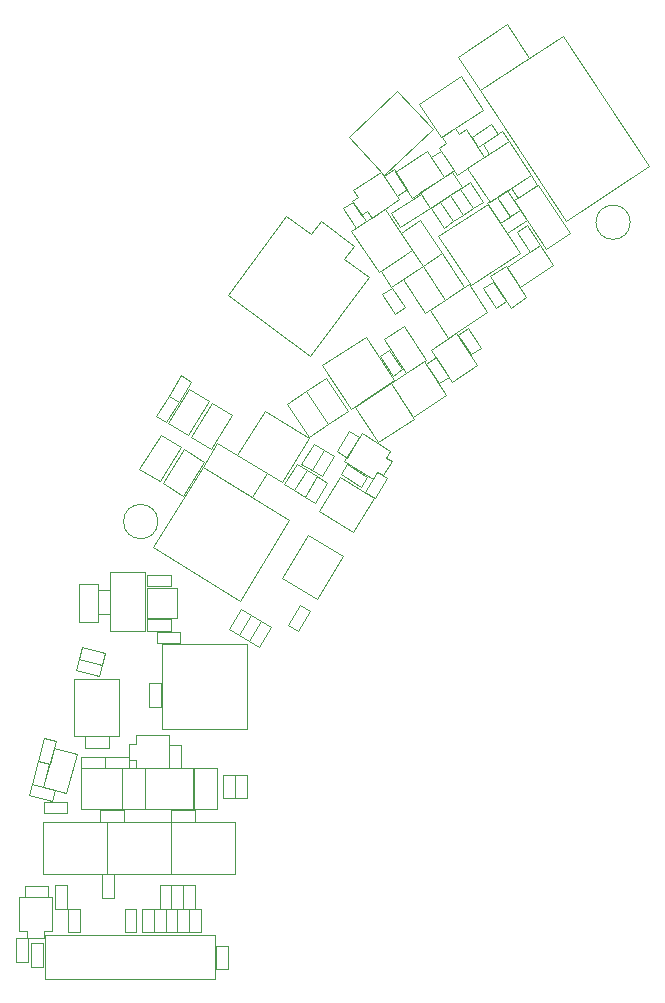
<source format=gbr>
%TF.GenerationSoftware,KiCad,Pcbnew,8.0.4*%
%TF.CreationDate,2024-09-02T19:36:39+02:00*%
%TF.ProjectId,Zoka-MainBoard,5a6f6b61-2d4d-4616-996e-426f6172642e,rev?*%
%TF.SameCoordinates,Original*%
%TF.FileFunction,Other,User*%
%FSLAX46Y46*%
G04 Gerber Fmt 4.6, Leading zero omitted, Abs format (unit mm)*
G04 Created by KiCad (PCBNEW 8.0.4) date 2024-09-02 19:36:39*
%MOMM*%
%LPD*%
G01*
G04 APERTURE LIST*
%ADD10C,0.050000*%
%ADD11C,0.100000*%
G04 APERTURE END LIST*
D10*
%TO.C,R309*%
X181489278Y-47178022D02*
X184160791Y-45416484D01*
X182370047Y-48513778D02*
X181489278Y-47178022D01*
X184160791Y-45416484D02*
X185041560Y-46752240D01*
X185041560Y-46752240D02*
X182370047Y-48513778D01*
%TO.C,R307*%
X154812992Y-94943456D02*
X156812992Y-94943456D01*
X154812992Y-95943456D02*
X154812992Y-94943456D01*
X156812992Y-94943456D02*
X156812992Y-95943456D01*
X156812992Y-95943456D02*
X154812992Y-95943456D01*
%TO.C,L302*%
X187179774Y-57257101D02*
X183840382Y-59459023D01*
X185638428Y-54919527D02*
X187179774Y-57257101D01*
X185638428Y-54919527D02*
X182299036Y-57121449D01*
X182299036Y-57121449D02*
X183840382Y-59459023D01*
%TO.C,C320*%
X161215212Y-68753317D02*
X159433660Y-71649189D01*
X159511758Y-67705345D02*
X161215212Y-68753317D01*
X159433660Y-71649189D02*
X157730206Y-70601217D01*
X157730206Y-70601217D02*
X159511758Y-67705345D01*
%TO.C,R315*%
X179096288Y-55241670D02*
X180197250Y-56911365D01*
X178261440Y-55792151D02*
X179096288Y-55241670D01*
X180197250Y-56911365D02*
X179362402Y-57461846D01*
X179362402Y-57461846D02*
X178261440Y-55792151D01*
%TO.C,U501*%
X155226136Y-79294127D02*
X158226136Y-79294127D01*
X155226136Y-84294127D02*
X155226136Y-79294127D01*
X158226136Y-79294127D02*
X158226136Y-84294127D01*
X158226136Y-84294127D02*
X155226136Y-84294127D01*
%TO.C,D301*%
X178514550Y-48570527D02*
X175676067Y-50442162D01*
X175676067Y-50442162D02*
X177988086Y-53948523D01*
X180826569Y-52076888D02*
X178514550Y-48570527D01*
X177988086Y-53948523D02*
X180826569Y-52076888D01*
%TO.C,Q305*%
X184603009Y-45723811D02*
X183061663Y-43386237D01*
X186940583Y-44182465D02*
X184603009Y-45723811D01*
X183061663Y-43386237D02*
X183646057Y-43000901D01*
X183646057Y-43000901D02*
X183315768Y-42499992D01*
X184814844Y-42230228D02*
X185399237Y-41844891D01*
X185399237Y-41844891D02*
X186940583Y-44182465D01*
X183315768Y-42499992D02*
X184484555Y-41729319D01*
X184484555Y-41729319D02*
X184814844Y-42230228D01*
%TO.C,R506*%
X150012984Y-106868457D02*
X148012984Y-106868457D01*
X150012984Y-105868457D02*
X150012984Y-106868457D01*
X148012984Y-106868457D02*
X148012984Y-105868457D01*
X148012984Y-105868457D02*
X150012984Y-105868457D01*
%TO.C,R206*%
X160378530Y-84303822D02*
X158378530Y-84303822D01*
X160378530Y-83303822D02*
X160378530Y-84303822D01*
X158378530Y-84303822D02*
X158378530Y-83303822D01*
X158378530Y-83303822D02*
X160378530Y-83303822D01*
%TO.C,R205*%
X159178530Y-84361956D02*
X161178530Y-84361956D01*
X159178530Y-85361956D02*
X159178530Y-84361956D01*
X161178530Y-84361956D02*
X161178530Y-85361956D01*
X161178530Y-85361956D02*
X159178530Y-85361956D01*
%TO.C,C301*%
X162300490Y-99343455D02*
X162300490Y-95943455D01*
X164300490Y-99343455D02*
X162300490Y-99343455D01*
X162300490Y-95943455D02*
X164300490Y-95943455D01*
X164300490Y-95943455D02*
X164300490Y-99343455D01*
%TO.C,C321*%
X160140539Y-66683279D02*
X161922091Y-63787407D01*
X161843993Y-67731251D02*
X160140539Y-66683279D01*
X161922091Y-63787407D02*
X163625545Y-64835379D01*
X163625545Y-64835379D02*
X161843993Y-67731251D01*
%TO.C,D501*%
X186790139Y-40189860D02*
X184918504Y-37351377D01*
X184918504Y-37351377D02*
X181412143Y-39663396D01*
X183283778Y-42501879D02*
X186790139Y-40189860D01*
X181412143Y-39663396D02*
X183283778Y-42501879D01*
%TO.C,C402*%
X151626143Y-99751631D02*
X149626143Y-99751631D01*
X151626143Y-98751631D02*
X151626143Y-99751631D01*
X149626143Y-99751631D02*
X149626143Y-98751631D01*
X149626143Y-98751631D02*
X151626143Y-98751631D01*
%TO.C,C304*%
X156209634Y-99343455D02*
X156209634Y-95943455D01*
X158209634Y-99343455D02*
X156209634Y-99343455D01*
X156209634Y-95943455D02*
X158209634Y-95943455D01*
X158209634Y-95943455D02*
X158209634Y-99343455D01*
%TO.C,C306*%
X180309994Y-62423365D02*
X178438360Y-59584882D01*
X181979690Y-61322404D02*
X180309994Y-62423365D01*
X178438360Y-59584882D02*
X180108056Y-58483921D01*
X180108056Y-58483921D02*
X181979690Y-61322404D01*
%TO.C,C407*%
X158937986Y-109823455D02*
X158937986Y-107823455D01*
X159937986Y-109823455D02*
X158937986Y-109823455D01*
X158937986Y-107823455D02*
X159937986Y-107823455D01*
X159937986Y-107823455D02*
X159937986Y-109823455D01*
%TO.C,R314*%
X188072322Y-42238392D02*
X186402627Y-43339354D01*
X187521841Y-41403544D02*
X188072322Y-42238392D01*
X186402627Y-43339354D02*
X185852146Y-42504506D01*
X185852146Y-42504506D02*
X187521841Y-41403544D01*
%TO.C,C401*%
X162412985Y-100493457D02*
X160412985Y-100493457D01*
X162412985Y-99493457D02*
X162412985Y-100493457D01*
X160412985Y-100493457D02*
X160412985Y-99493457D01*
X160412985Y-99493457D02*
X162412985Y-99493457D01*
%TO.C,R503*%
X154537655Y-87168411D02*
X152605804Y-86650773D01*
X154796474Y-86202485D02*
X154537655Y-87168411D01*
X152605804Y-86650773D02*
X152864623Y-85684847D01*
X152864623Y-85684847D02*
X154796474Y-86202485D01*
%TO.C,R507*%
X147287989Y-112293458D02*
X147287989Y-110293458D01*
X148287989Y-112293458D02*
X147287989Y-112293458D01*
X147287989Y-110293458D02*
X148287989Y-110293458D01*
X148287989Y-110293458D02*
X148287989Y-112293458D01*
%TO.C,C412*%
X160937985Y-109823455D02*
X160937985Y-107823455D01*
X161937985Y-109823455D02*
X160937985Y-109823455D01*
X160937985Y-107823455D02*
X161937985Y-107823455D01*
X161937985Y-107823455D02*
X161937985Y-109823455D01*
%TO.C,J401*%
X149690580Y-110056793D02*
X164090580Y-110056793D01*
X149690580Y-113756793D02*
X149690580Y-110056793D01*
X164090580Y-113756793D02*
X149690580Y-113756793D01*
X164090580Y-113756793D02*
X164090580Y-110056793D01*
%TO.C,R321*%
X160203581Y-64376298D02*
X161251552Y-62672844D01*
X161055308Y-64900284D02*
X160203581Y-64376298D01*
X161251552Y-62672844D02*
X162103279Y-63196830D01*
X162103279Y-63196830D02*
X161055308Y-64900284D01*
%TO.C,U202*%
X166826144Y-85401629D02*
X159626144Y-85401629D01*
X159626144Y-85401629D02*
X159626144Y-92601629D01*
X166826144Y-92601629D02*
X166826144Y-85401629D01*
X159626144Y-92601629D02*
X166826144Y-92601629D01*
%TO.C,R306*%
X152812989Y-94943462D02*
X154812989Y-94943462D01*
X152812989Y-95943462D02*
X152812989Y-94943462D01*
X154812989Y-94943462D02*
X154812989Y-95943462D01*
X154812989Y-95943462D02*
X152812989Y-95943462D01*
%TO.C,C414*%
X165237989Y-110948455D02*
X165237989Y-112948455D01*
X164237989Y-110948455D02*
X165237989Y-110948455D01*
X165237989Y-112948455D02*
X164237989Y-112948455D01*
X164237989Y-112948455D02*
X164237989Y-110948455D01*
%TO.C,R319*%
X171445901Y-70177239D02*
X172493872Y-68473785D01*
X172297628Y-70701225D02*
X171445901Y-70177239D01*
X172493872Y-68473785D02*
X173345599Y-68997771D01*
X173345599Y-68997771D02*
X172297628Y-70701225D01*
%TO.C,R202*%
X166993812Y-85172129D02*
X168041783Y-83468675D01*
X167845539Y-85696115D02*
X166993812Y-85172129D01*
X168041783Y-83468675D02*
X168893510Y-83992661D01*
X168893510Y-83992661D02*
X167845539Y-85696115D01*
%TO.C,C307*%
X179163013Y-62716900D02*
X178062051Y-61047205D01*
X179997861Y-62166419D02*
X179163013Y-62716900D01*
X178062051Y-61047205D02*
X178896899Y-60496724D01*
X178896899Y-60496724D02*
X179997861Y-62166419D01*
%TO.C,C204*%
X158576134Y-90751628D02*
X158576134Y-88751628D01*
X159576134Y-90751628D02*
X158576134Y-90751628D01*
X158576134Y-88751628D02*
X159576134Y-88751628D01*
X159576134Y-88751628D02*
X159576134Y-90751628D01*
%TO.C,R304*%
X188019108Y-47543901D02*
X189120070Y-49213596D01*
X187184260Y-48094382D02*
X188019108Y-47543901D01*
X189120070Y-49213596D02*
X188285222Y-49764077D01*
X188285222Y-49764077D02*
X187184260Y-48094382D01*
%TO.C,R301*%
X184310034Y-49630233D02*
X183209072Y-47960538D01*
X185144882Y-49079752D02*
X184310034Y-49630233D01*
X183209072Y-47960538D02*
X184043920Y-47410057D01*
X184043920Y-47410057D02*
X185144882Y-49079752D01*
%TO.C,R313*%
X183226798Y-43636696D02*
X184327760Y-45306391D01*
X182391950Y-44187177D02*
X183226798Y-43636696D01*
X184327760Y-45306391D02*
X183492912Y-45856872D01*
X183492912Y-45856872D02*
X182391950Y-44187177D01*
%TO.C,U303*%
X189950424Y-52289493D02*
X187198020Y-48115253D01*
X187198020Y-48115253D02*
X183023780Y-50867657D01*
X185776184Y-55041897D02*
X189950424Y-52289493D01*
X183023780Y-50867657D02*
X185776184Y-55041897D01*
%TO.C,R203*%
X168041785Y-83468671D02*
X166993814Y-85172125D01*
X167190058Y-82944685D02*
X168041785Y-83468671D01*
X166993814Y-85172125D02*
X166142087Y-84648139D01*
X166142087Y-84648139D02*
X167190058Y-82944685D01*
%TO.C,R317*%
X182812356Y-61128675D02*
X183913318Y-62798370D01*
X181977508Y-61679156D02*
X182812356Y-61128675D01*
X183913318Y-62798370D02*
X183078470Y-63348851D01*
X183078470Y-63348851D02*
X181977508Y-61679156D01*
%TO.C,R324*%
X190536051Y-49974400D02*
X191637013Y-51644095D01*
X189701203Y-50524881D02*
X190536051Y-49974400D01*
X191637013Y-51644095D02*
X190802165Y-52194576D01*
X190802165Y-52194576D02*
X189701203Y-50524881D01*
%TO.C,Q501*%
X150337989Y-106868459D02*
X150337989Y-109668459D01*
X147537989Y-106868459D02*
X150337989Y-106868459D01*
X150337989Y-109668459D02*
X149637989Y-109668459D01*
X149637989Y-109668459D02*
X149637989Y-110268459D01*
X148237989Y-109668459D02*
X147537989Y-109668459D01*
X147537989Y-109668459D02*
X147537989Y-106868459D01*
X149637989Y-110268459D02*
X148237989Y-110268459D01*
X148237989Y-110268459D02*
X148237989Y-109668459D01*
%TO.C,R501*%
X170276295Y-83816361D02*
X171324266Y-82112907D01*
X171128022Y-84340347D02*
X170276295Y-83816361D01*
X171324266Y-82112907D02*
X172175993Y-82636893D01*
X172175993Y-82636893D02*
X171128022Y-84340347D01*
%TO.C,C404*%
X162394909Y-105809399D02*
X162394909Y-107809399D01*
X161394909Y-105809399D02*
X162394909Y-105809399D01*
X162394909Y-107809399D02*
X161394909Y-107809399D01*
X161394909Y-107809399D02*
X161394909Y-105809399D01*
%TO.C,J301*%
X170173208Y-49155795D02*
X172260533Y-50705980D01*
X165224542Y-55819180D02*
X170173208Y-49155795D01*
X173095248Y-49582035D02*
X175905109Y-51668822D01*
X172260533Y-50705980D02*
X173095248Y-49582035D01*
X175905109Y-51668822D02*
X175070395Y-52792767D01*
X175070395Y-52792767D02*
X177157720Y-54342952D01*
X177157720Y-54342952D02*
X172209054Y-61006337D01*
X172209054Y-61006337D02*
X165224542Y-55819180D01*
%TO.C,RT301*%
X182299633Y-48452401D02*
X179795090Y-50103844D01*
X181528960Y-47283614D02*
X182299633Y-48452401D01*
X179795090Y-50103844D02*
X179024417Y-48935057D01*
X179024417Y-48935057D02*
X181528960Y-47283614D01*
%TO.C,Q306*%
X179725079Y-47772332D02*
X177387505Y-49313678D01*
X178183733Y-45434758D02*
X179725079Y-47772332D01*
X177387505Y-49313678D02*
X177002169Y-48729284D01*
X177002169Y-48729284D02*
X176501260Y-49059573D01*
X176231496Y-47560497D02*
X175846159Y-46976104D01*
X175846159Y-46976104D02*
X178183733Y-45434758D01*
X176501260Y-49059573D02*
X175730587Y-47890786D01*
X175730587Y-47890786D02*
X176231496Y-47560497D01*
%TO.C,R204*%
X167190055Y-82944688D02*
X166142084Y-84648142D01*
X166338328Y-82420702D02*
X167190055Y-82944688D01*
X166142084Y-84648142D02*
X165290357Y-84124156D01*
X165290357Y-84124156D02*
X166338328Y-82420702D01*
%TO.C,U402*%
X154987987Y-104893462D02*
X154987987Y-100493462D01*
X160387987Y-104893462D02*
X154987987Y-104893462D01*
X160387987Y-104893462D02*
X160387987Y-100493462D01*
X160387987Y-100493462D02*
X154987987Y-100493462D01*
%TO.C,R303*%
X188864728Y-46979658D02*
X189965690Y-48649353D01*
X188029880Y-47530139D02*
X188864728Y-46979658D01*
X189965690Y-48649353D02*
X189130842Y-49199834D01*
X189130842Y-49199834D02*
X188029880Y-47530139D01*
%TO.C,R201*%
X149147989Y-95282153D02*
X149665627Y-93350302D01*
X150113915Y-95540972D02*
X149147989Y-95282153D01*
X149665627Y-93350302D02*
X150631553Y-93609121D01*
X150631553Y-93609121D02*
X150113915Y-95540972D01*
%TO.C,C409*%
X156462987Y-109818457D02*
X156462987Y-107818457D01*
X157462987Y-109818457D02*
X156462987Y-109818457D01*
X156462987Y-107818457D02*
X157462987Y-107818457D01*
X157462987Y-107818457D02*
X157462987Y-109818457D01*
%TO.C,C322*%
X162099507Y-67888444D02*
X163881059Y-64992572D01*
X163802961Y-68936416D02*
X162099507Y-67888444D01*
X163881059Y-64992572D02*
X165584513Y-66040544D01*
X165584513Y-66040544D02*
X163802961Y-68936416D01*
%TO.C,D201*%
X190878463Y-45658500D02*
X189006828Y-42820017D01*
X189006828Y-42820017D02*
X185500467Y-45132036D01*
X187372102Y-47970519D02*
X190878463Y-45658500D01*
X185500467Y-45132036D02*
X187372102Y-47970519D01*
%TO.C,H101*%
X159283956Y-75041091D02*
G75*
G02*
X156383956Y-75041091I-1450000J0D01*
G01*
X156383956Y-75041091D02*
G75*
G02*
X159283956Y-75041091I1450000J0D01*
G01*
%TO.C,C310*%
X188723163Y-53380215D02*
X190484701Y-56051728D01*
X187387407Y-54260984D02*
X188723163Y-53380215D01*
X190484701Y-56051728D02*
X189148945Y-56932497D01*
X189148945Y-56932497D02*
X187387407Y-54260984D01*
%TO.C,C308*%
X187690166Y-54720153D02*
X188791128Y-56389848D01*
X186855318Y-55270634D02*
X187690166Y-54720153D01*
X188791128Y-56389848D02*
X187956280Y-56940329D01*
X187956280Y-56940329D02*
X186855318Y-55270634D01*
%TO.C,Q307*%
X183697760Y-64288056D02*
X181826125Y-61449573D01*
X181826125Y-61449573D02*
X178987642Y-63321208D01*
X180859277Y-66159691D02*
X183697760Y-64288056D01*
X178987642Y-63321208D02*
X180859277Y-66159691D01*
%TO.C,C202*%
X152400878Y-94738444D02*
X151520893Y-98022592D01*
X150469027Y-94220806D02*
X152400878Y-94738444D01*
X151520893Y-98022592D02*
X149589042Y-97504954D01*
X149589042Y-97504954D02*
X150469027Y-94220806D01*
%TO.C,U503*%
X158401139Y-83206630D02*
X158401139Y-80706630D01*
X160901139Y-83206630D02*
X158401139Y-83206630D01*
X158401139Y-80706630D02*
X160901139Y-80706630D01*
X160901139Y-80706630D02*
X160901139Y-83206630D01*
%TO.C,C408*%
X151662985Y-109818455D02*
X151662985Y-107818455D01*
X152662985Y-109818455D02*
X151662985Y-109818455D01*
X151662985Y-107818455D02*
X152662985Y-107818455D01*
X152662985Y-107818455D02*
X152662985Y-109818455D01*
%TO.C,Q301*%
X160212986Y-95943462D02*
X157412986Y-95943462D01*
X160212986Y-93143462D02*
X160212986Y-95943462D01*
X157412986Y-95943462D02*
X157412986Y-95243462D01*
X157412986Y-95243462D02*
X156812986Y-95243462D01*
X157412986Y-93843462D02*
X157412986Y-93143462D01*
X157412986Y-93143462D02*
X160212986Y-93143462D01*
X156812986Y-95243462D02*
X156812986Y-93843462D01*
X156812986Y-93843462D02*
X157412986Y-93843462D01*
%TO.C,C317*%
X170003548Y-71872883D02*
X171051519Y-70169429D01*
X170855275Y-72396869D02*
X170003548Y-71872883D01*
X171051519Y-70169429D02*
X171903246Y-70693415D01*
X171903246Y-70693415D02*
X170855275Y-72396869D01*
%TO.C,C312*%
X183377040Y-52311686D02*
X185248674Y-55150169D01*
X181707344Y-53412647D02*
X183377040Y-52311686D01*
X185248674Y-55150169D02*
X183578978Y-56251130D01*
X183578978Y-56251130D02*
X181707344Y-53412647D01*
%TO.C,C413*%
X149537989Y-110743465D02*
X149537989Y-112743465D01*
X148537989Y-110743465D02*
X149537989Y-110743465D01*
X149537989Y-112743465D02*
X148537989Y-112743465D01*
X148537989Y-112743465D02*
X148537989Y-110743465D01*
%TO.C,U302*%
X184510560Y-59112949D02*
X182423440Y-60489150D01*
X182423440Y-60489150D02*
X184206998Y-63194057D01*
X186294118Y-61817856D02*
X184510560Y-59112949D01*
X184206998Y-63194057D02*
X186294118Y-61817856D01*
%TO.C,C302*%
X188285223Y-49764081D02*
X189954918Y-48663119D01*
X188835704Y-50598929D02*
X188285223Y-49764081D01*
X189954918Y-48663119D02*
X190505399Y-49497967D01*
X190505399Y-49497967D02*
X188835704Y-50598929D01*
%TO.C,C501*%
X152626134Y-83551628D02*
X152626134Y-80351628D01*
X154226134Y-83551628D02*
X152626134Y-83551628D01*
X152626134Y-80351628D02*
X154226134Y-80351628D01*
X154226134Y-80351628D02*
X154226134Y-83551628D01*
%TO.C,C303*%
X188813989Y-53517968D02*
X191652472Y-51646334D01*
X189914950Y-55187664D02*
X188813989Y-53517968D01*
X191652472Y-51646334D02*
X192753433Y-53316030D01*
X192753433Y-53316030D02*
X189914950Y-55187664D01*
%TO.C,R502*%
X154278840Y-88134334D02*
X152346989Y-87616696D01*
X154537659Y-87168408D02*
X154278840Y-88134334D01*
X152346989Y-87616696D02*
X152605808Y-86650770D01*
X152605808Y-86650770D02*
X154537659Y-87168408D01*
%TO.C,D502*%
X169836336Y-79788293D02*
X172732207Y-81569845D01*
X172732207Y-81569845D02*
X174932948Y-77992591D01*
X172037077Y-76211039D02*
X169836336Y-79788293D01*
X174932948Y-77992591D02*
X172037077Y-76211039D01*
%TO.C,F301*%
X181707332Y-53412648D02*
X179035819Y-55174186D01*
X180826563Y-52076892D02*
X181707332Y-53412648D01*
X179035819Y-55174186D02*
X178155050Y-53838430D01*
X178155050Y-53838430D02*
X180826563Y-52076892D01*
%TO.C,C311*%
X173722133Y-66807442D02*
X171850499Y-63968959D01*
X175391829Y-65706481D02*
X173722133Y-66807442D01*
X171850499Y-63968959D02*
X173520195Y-62867998D01*
X173520195Y-62867998D02*
X175391829Y-65706481D01*
%TO.C,R302*%
X185713617Y-46309100D02*
X186814579Y-47978795D01*
X184878769Y-46859581D02*
X185713617Y-46309100D01*
X186814579Y-47978795D02*
X185979731Y-48529276D01*
X185979731Y-48529276D02*
X184878769Y-46859581D01*
%TO.C,R208*%
X189011003Y-42817268D02*
X187341308Y-43918230D01*
X188460522Y-41982420D02*
X189011003Y-42817268D01*
X187341308Y-43918230D02*
X186790827Y-43083382D01*
X186790827Y-43083382D02*
X188460522Y-41982420D01*
%TO.C,C203*%
X150101582Y-95572474D02*
X149583944Y-97504325D01*
X149135656Y-95313655D02*
X150101582Y-95572474D01*
X149583944Y-97504325D02*
X148618018Y-97245506D01*
X148618018Y-97245506D02*
X149135656Y-95313655D01*
%TO.C,R316*%
X179504885Y-47438392D02*
X178403923Y-45768697D01*
X180339733Y-46887911D02*
X179504885Y-47438392D01*
X178403923Y-45768697D02*
X179238771Y-45218216D01*
X179238771Y-45218216D02*
X180339733Y-46887911D01*
%TO.C,R318*%
X176043489Y-50181930D02*
X174942527Y-48512235D01*
X176878337Y-49631449D02*
X176043489Y-50181930D01*
X174942527Y-48512235D02*
X175777375Y-47961754D01*
X175777375Y-47961754D02*
X176878337Y-49631449D01*
%TO.C,R312*%
X176802106Y-72537276D02*
X177850077Y-70833822D01*
X177653833Y-73061262D02*
X176802106Y-72537276D01*
X177850077Y-70833822D02*
X178701804Y-71357808D01*
X178701804Y-71357808D02*
X177653833Y-73061262D01*
%TO.C,R504*%
X164812985Y-98468455D02*
X164812985Y-96468455D01*
X165812985Y-98468455D02*
X164812985Y-98468455D01*
X164812985Y-96468455D02*
X165812985Y-96468455D01*
X165812985Y-96468455D02*
X165812985Y-98468455D01*
%TO.C,U305*%
X172066668Y-67946795D02*
X168319070Y-65641257D01*
X172066668Y-67946795D02*
X169761130Y-71694393D01*
X168319070Y-65641257D02*
X166013532Y-69388855D01*
X169761130Y-71694393D02*
X166013532Y-69388855D01*
%TO.C,C318*%
X174197326Y-69521758D02*
X173149355Y-71225212D01*
X173345599Y-68997772D02*
X174197326Y-69521758D01*
X173149355Y-71225212D02*
X172297628Y-70701226D01*
X172297628Y-70701226D02*
X173345599Y-68997772D01*
%TO.C,Q304*%
X177620760Y-73048932D02*
X174724888Y-71267380D01*
X174724888Y-71267380D02*
X172943336Y-74163252D01*
X175839208Y-75944804D02*
X177620760Y-73048932D01*
X172943336Y-74163252D02*
X175839208Y-75944804D01*
%TO.C,U301*%
X162312989Y-99343456D02*
X162312989Y-95943456D01*
X162312989Y-95943456D02*
X158212989Y-95943456D01*
X158212989Y-99343456D02*
X162312989Y-99343456D01*
X158212989Y-95943456D02*
X158212989Y-99343456D01*
%TO.C,C403*%
X156378530Y-100493457D02*
X154378530Y-100493457D01*
X156378530Y-99493457D02*
X156378530Y-100493457D01*
X154378530Y-100493457D02*
X154378530Y-99493457D01*
X154378530Y-99493457D02*
X156378530Y-99493457D01*
%TO.C,U401*%
X160412989Y-104894321D02*
X160412989Y-100494321D01*
X165812989Y-104894321D02*
X160412989Y-104894321D01*
X165812989Y-104894321D02*
X165812989Y-100494321D01*
X165812989Y-100494321D02*
X160412989Y-100494321D01*
%TO.C,U403*%
X149587986Y-104893457D02*
X149587986Y-100493457D01*
X154987986Y-104893457D02*
X149587986Y-104893457D01*
X154987986Y-104893457D02*
X154987986Y-100493457D01*
X154987986Y-100493457D02*
X149587986Y-100493457D01*
%TO.C,C415*%
X160437982Y-107823460D02*
X160437982Y-105823460D01*
X161437982Y-107823460D02*
X160437982Y-107823460D01*
X160437982Y-105823460D02*
X161437982Y-105823460D01*
X161437982Y-105823460D02*
X161437982Y-107823460D01*
%TO.C,R308*%
X183475193Y-50180717D02*
X182374231Y-48511022D01*
X184310041Y-49630236D02*
X183475193Y-50180717D01*
X182374231Y-48511022D02*
X183209079Y-47960541D01*
X183209079Y-47960541D02*
X184310041Y-49630236D01*
%TO.C,C313*%
X172052436Y-67908400D02*
X170180802Y-65069917D01*
X173722132Y-66807439D02*
X172052436Y-67908400D01*
X170180802Y-65069917D02*
X171850498Y-63968956D01*
X171850498Y-63968956D02*
X173722132Y-66807439D01*
%TO.C,R207*%
X191409687Y-46511474D02*
X189739992Y-47612436D01*
X190859206Y-45676626D02*
X191409687Y-46511474D01*
X189739992Y-47612436D02*
X189189511Y-46777588D01*
X189189511Y-46777588D02*
X190859206Y-45676626D01*
%TO.C,C503*%
X158388457Y-79525623D02*
X160388457Y-79525623D01*
X158388457Y-80525623D02*
X158388457Y-79525623D01*
X160388457Y-79525623D02*
X160388457Y-80525623D01*
X160388457Y-80525623D02*
X158388457Y-80525623D01*
%TO.C,LED201*%
X186546162Y-38543253D02*
X184674527Y-35704770D01*
X188848766Y-32952367D02*
X184674527Y-35704770D01*
X190720401Y-35790850D02*
X186546162Y-38543253D01*
X190720401Y-35790850D02*
X188848766Y-32952367D01*
%TO.C,D303*%
X164334260Y-68358014D02*
X168507722Y-70925545D01*
X163076694Y-70402159D02*
X164334260Y-68358014D01*
X168507722Y-70925545D02*
X167250156Y-72969689D01*
X167250156Y-72969689D02*
X163076694Y-70402159D01*
%TO.C,C406*%
X151562985Y-105843456D02*
X151562985Y-107843456D01*
X150562985Y-105843456D02*
X151562985Y-105843456D01*
X151562985Y-107843456D02*
X150562985Y-107843456D01*
X150562985Y-107843456D02*
X150562985Y-105843456D01*
%TO.C,R505*%
X165812987Y-98466694D02*
X165812987Y-96466694D01*
X166812987Y-98466694D02*
X165812987Y-98466694D01*
X165812987Y-96466694D02*
X166812987Y-96466694D01*
X166812987Y-96466694D02*
X166812987Y-98466694D01*
%TO.C,C316*%
X171707001Y-72920853D02*
X172754972Y-71217399D01*
X172558728Y-73444839D02*
X171707001Y-72920853D01*
X172754972Y-71217399D02*
X173606699Y-71741385D01*
X173606699Y-71741385D02*
X172558728Y-73444839D01*
%TO.C,U304*%
X175627284Y-65491332D02*
X179300615Y-63069217D01*
X175627284Y-65491332D02*
X173205169Y-61818001D01*
X179300615Y-63069217D02*
X176878500Y-59395886D01*
X173205169Y-61818001D02*
X176878500Y-59395886D01*
%TO.C,C305*%
X185573071Y-58675871D02*
X186674033Y-60345566D01*
X184738223Y-59226352D02*
X185573071Y-58675871D01*
X186674033Y-60345566D02*
X185839185Y-60896047D01*
X185839185Y-60896047D02*
X184738223Y-59226352D01*
%TO.C,C502*%
X155126142Y-94201628D02*
X153126142Y-94201628D01*
X155126142Y-93201628D02*
X155126142Y-94201628D01*
X153126142Y-94201628D02*
X153126142Y-93201628D01*
X153126142Y-93201628D02*
X155126142Y-93201628D01*
D11*
%TO.C,J201*%
X193825539Y-49564834D02*
X186559193Y-38544843D01*
X200838261Y-44940796D02*
X193825539Y-49564834D01*
X186559193Y-38544843D02*
X193571915Y-33920804D01*
X193571915Y-33920804D02*
X200838261Y-44940796D01*
D10*
%TO.C,C416*%
X159937978Y-109823460D02*
X159937978Y-107823460D01*
X160937978Y-109823460D02*
X159937978Y-109823460D01*
X159937978Y-107823460D02*
X160937978Y-107823460D01*
X160937978Y-107823460D02*
X160937978Y-109823460D01*
%TO.C,C410*%
X157937990Y-109823453D02*
X157937990Y-107823453D01*
X158937990Y-109823453D02*
X157937990Y-109823453D01*
X157937990Y-107823453D02*
X158937990Y-107823453D01*
X158937990Y-107823453D02*
X158937990Y-109823453D01*
%TO.C,C411*%
X161937984Y-109823462D02*
X161937984Y-107823462D01*
X162937984Y-109823462D02*
X161937984Y-109823462D01*
X161937984Y-107823462D02*
X162937984Y-107823462D01*
X162937984Y-107823462D02*
X162937984Y-109823462D01*
%TO.C,H103*%
X199276506Y-49701445D02*
G75*
G02*
X196376506Y-49701445I-1450000J0D01*
G01*
X196376506Y-49701445D02*
G75*
G02*
X199276506Y-49701445I1450000J0D01*
G01*
%TO.C,C319*%
X163174184Y-69958487D02*
X161392632Y-72854359D01*
X161470730Y-68910515D02*
X163174184Y-69958487D01*
X161392632Y-72854359D02*
X159689178Y-71806387D01*
X159689178Y-71806387D02*
X161470730Y-68910515D01*
%TO.C,C309*%
X181707337Y-53412643D02*
X179835703Y-50574160D01*
X183377033Y-52311682D02*
X181707337Y-53412643D01*
X179835703Y-50574160D02*
X181505399Y-49473199D01*
X181505399Y-49473199D02*
X183377033Y-52311682D01*
%TO.C,R305*%
X160212986Y-95943456D02*
X160212986Y-93943456D01*
X161212986Y-95943456D02*
X160212986Y-95943456D01*
X160212986Y-93943456D02*
X161212986Y-93943456D01*
X161212986Y-93943456D02*
X161212986Y-95943456D01*
%TO.C,R320*%
X159155609Y-66079754D02*
X160203580Y-64376300D01*
X160007336Y-66603740D02*
X159155609Y-66079754D01*
X160203580Y-64376300D02*
X161055307Y-64900286D01*
X161055307Y-64900286D02*
X160007336Y-66603740D01*
%TO.C,R311*%
X175308079Y-70183974D02*
X177011533Y-71231945D01*
X174784093Y-71035701D02*
X175308079Y-70183974D01*
X177011533Y-71231945D02*
X176487547Y-72083672D01*
X176487547Y-72083672D02*
X174784093Y-71035701D01*
%TO.C,C504*%
X154226145Y-82876627D02*
X154226145Y-80876627D01*
X155226145Y-82876627D02*
X154226145Y-82876627D01*
X154226145Y-80876627D02*
X155226145Y-80876627D01*
X155226145Y-80876627D02*
X155226145Y-82876627D01*
%TO.C,C405*%
X155576139Y-104901633D02*
X155576139Y-106901633D01*
X154576139Y-104901633D02*
X155576139Y-104901633D01*
X155576139Y-106901633D02*
X154576139Y-106901633D01*
X154576139Y-106901633D02*
X154576139Y-104901633D01*
%TO.C,L301*%
X178985858Y-63336660D02*
X180967588Y-66342112D01*
X175980406Y-65318390D02*
X178985858Y-63336660D01*
X175980406Y-65318390D02*
X177962136Y-68323842D01*
X177962136Y-68323842D02*
X180967588Y-66342112D01*
%TO.C,C417*%
X159437985Y-107823454D02*
X159437985Y-105823454D01*
X160437985Y-107823454D02*
X159437985Y-107823454D01*
X159437985Y-105823454D02*
X160437985Y-105823454D01*
X160437985Y-105823454D02*
X160437985Y-107823454D01*
%TO.C,C315*%
X170855277Y-72396871D02*
X171903248Y-70693417D01*
X171707004Y-72920857D02*
X170855277Y-72396871D01*
X171903248Y-70693417D02*
X172754975Y-71217403D01*
X172754975Y-71217403D02*
X171707004Y-72920857D01*
%TO.C,C314*%
X181707334Y-53412649D02*
X183578968Y-56251132D01*
X180037638Y-54513610D02*
X181707334Y-53412649D01*
X183578968Y-56251132D02*
X181909272Y-57352093D01*
X181909272Y-57352093D02*
X180037638Y-54513610D01*
%TO.C,L303*%
X170396358Y-74914688D02*
X166204471Y-81728503D01*
X163071507Y-70408409D02*
X170396358Y-74914688D01*
X163071507Y-70408409D02*
X158879620Y-77222224D01*
X158879620Y-77222224D02*
X166204471Y-81728503D01*
%TO.C,U502*%
X155976141Y-93176629D02*
X152176141Y-93176629D01*
X155976141Y-88376629D02*
X155976141Y-93176629D01*
X152176141Y-93176629D02*
X152176141Y-88376629D01*
X152176141Y-88376629D02*
X155976141Y-88376629D01*
%TO.C,D302*%
X183492919Y-45856868D02*
X182061669Y-43686264D01*
X182061669Y-43686264D02*
X179390155Y-45447802D01*
X180821405Y-47618406D02*
X183492919Y-45856868D01*
X179390155Y-45447802D02*
X180821405Y-47618406D01*
%TO.C,R310*%
X176332701Y-67922608D02*
X175284730Y-69626062D01*
X175480974Y-67398622D02*
X176332701Y-67922608D01*
X175284730Y-69626062D02*
X174433003Y-69102076D01*
X174433003Y-69102076D02*
X175480974Y-67398622D01*
%TO.C,C201*%
X148614360Y-97252466D02*
X150546211Y-97770104D01*
X148355541Y-98218392D02*
X148614360Y-97252466D01*
X150546211Y-97770104D02*
X150287392Y-98736030D01*
X150287392Y-98736030D02*
X148355541Y-98218392D01*
%TO.C,R323*%
X185144880Y-49079760D02*
X184043918Y-47410065D01*
X185979728Y-48529279D02*
X185144880Y-49079760D01*
X184043918Y-47410065D02*
X184878766Y-46859584D01*
X184878766Y-46859584D02*
X185979728Y-48529279D01*
%TO.C,Q302*%
X156212984Y-95943460D02*
X152812984Y-95943460D01*
X152812984Y-95943460D02*
X152812984Y-99343460D01*
X156212984Y-99343460D02*
X156212984Y-95943460D01*
X152812984Y-99343460D02*
X156212984Y-99343460D01*
%TO.C,SW501*%
X182544428Y-41773942D02*
X179555597Y-38613342D01*
X179555597Y-38613342D02*
X175432286Y-42512564D01*
X178421117Y-45673163D02*
X182544428Y-41773942D01*
X175432286Y-42512564D02*
X178421117Y-45673163D01*
%TO.C,Q303*%
X176555389Y-67560616D02*
X178940225Y-69027777D01*
X175088229Y-69945452D02*
X176555389Y-67560616D01*
X178940225Y-69027777D02*
X178573435Y-69623986D01*
X178573435Y-69623986D02*
X179084471Y-69938377D01*
X177839854Y-70816403D02*
X177473064Y-71412612D01*
X177473064Y-71412612D02*
X175088229Y-69945452D01*
X179084471Y-69938377D02*
X178350891Y-71130795D01*
X178350891Y-71130795D02*
X177839854Y-70816403D01*
%TO.C,D202*%
X192140602Y-51923379D02*
X189443247Y-47832624D01*
X194144237Y-50602225D02*
X192140602Y-51923379D01*
X189443247Y-47832624D02*
X191446882Y-46511470D01*
X191446882Y-46511470D02*
X194144237Y-50602225D01*
%TD*%
M02*

</source>
